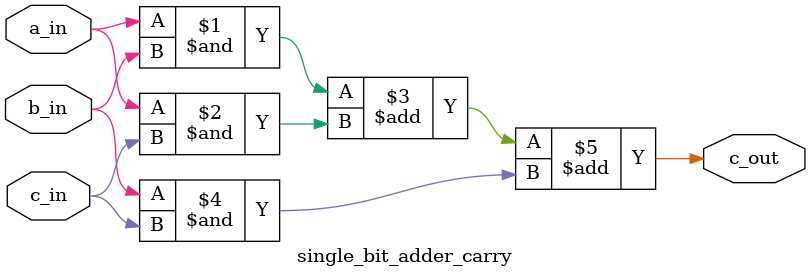
<source format=v>
module single_bit_adder_carry (
  input wire a_in,
  input wire b_in,
  input wire c_in,
  output wire c_out
);
  
  assign c_out = (a_in & b_in) + (a_in & c_in) + (b_in & c_in);
  
endmodule

</source>
